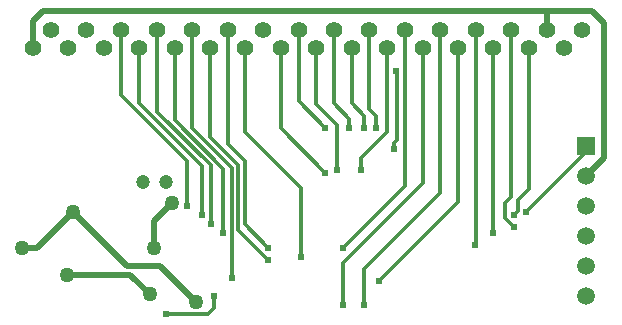
<source format=gbl>
%FSLAX24Y24*%
%MOIN*%
G70*
G01*
G75*
G04 Layer_Physical_Order=2*
G04 Layer_Color=16711680*
%ADD10R,0.0472X0.0551*%
%ADD11R,0.0551X0.0472*%
%ADD12O,0.0689X0.0217*%
%ADD13O,0.0217X0.0689*%
%ADD14R,0.0906X0.0197*%
%ADD15R,0.0984X0.0787*%
%ADD16R,0.0945X0.1339*%
%ADD17R,0.0945X0.0787*%
%ADD18C,0.0120*%
%ADD19C,0.0200*%
%ADD20C,0.0250*%
%ADD21C,0.0550*%
%ADD22C,0.0591*%
%ADD23R,0.0591X0.0591*%
%ADD24C,0.0472*%
%ADD25C,0.0240*%
%ADD26C,0.0500*%
D18*
X30737Y29763D02*
Y32550D01*
Y29763D02*
X32600Y27900D01*
Y25600D02*
Y27900D01*
X30720Y26680D02*
Y28780D01*
X30146Y29354D02*
X30720Y28780D01*
X30146Y29354D02*
Y33141D01*
X30500Y26500D02*
Y28656D01*
X29556Y29600D02*
X30500Y28656D01*
X30280Y24920D02*
Y28565D01*
X28965Y29880D02*
X30280Y28565D01*
X30000Y26400D02*
Y28533D01*
X28374Y30159D02*
X30000Y28533D01*
X29580Y26720D02*
Y28642D01*
X27784Y30438D02*
X29580Y28642D01*
X29300Y27000D02*
Y28611D01*
X27193Y30718D02*
X29300Y28611D01*
X35741Y31800D02*
X35800Y31741D01*
Y29500D02*
Y31741D01*
X35700Y29400D02*
X35800Y29500D01*
X35700Y29200D02*
Y29400D01*
X36052Y27952D02*
Y33141D01*
X34000Y25900D02*
X36052Y27952D01*
X34000Y24000D02*
Y25400D01*
X36642Y28042D01*
Y32550D01*
X34700Y24000D02*
Y25200D01*
X37233Y27733D01*
Y33141D01*
X37823Y27423D02*
Y32550D01*
X35200Y24800D02*
X37823Y27423D01*
X38400Y26000D02*
X38414Y26014D01*
Y33141D01*
X39000Y32546D02*
X39004Y32550D01*
X39000Y26400D02*
Y32546D01*
X39400Y26900D02*
X39700Y26600D01*
X39400Y26900D02*
Y27400D01*
X39595Y27595D01*
Y33141D01*
X40185Y27862D02*
Y32550D01*
X39820Y27497D02*
X40185Y27862D01*
X39820Y27120D02*
Y27497D01*
X39700Y27000D02*
X39820Y27120D01*
X42100Y29100D02*
Y29300D01*
X40100Y27100D02*
X42100Y29100D01*
X35461Y29761D02*
Y32550D01*
X34600Y28900D02*
X35461Y29761D01*
X34600Y28500D02*
Y28900D01*
X35100Y29900D02*
Y30300D01*
X34870Y30530D02*
X35100Y30300D01*
X34870Y30530D02*
Y33141D01*
X34700Y29900D02*
Y30300D01*
X34280Y30720D02*
X34700Y30300D01*
X34280Y30720D02*
Y32550D01*
X34200Y29900D02*
Y30200D01*
X33689Y30711D02*
X34200Y30200D01*
X33689Y30711D02*
Y33141D01*
X33800Y28500D02*
Y30000D01*
X33099Y30701D02*
X33800Y30000D01*
X33099Y30701D02*
Y32550D01*
X32508Y30792D02*
Y33141D01*
Y30792D02*
X33400Y29900D01*
X31918Y29882D02*
Y32550D01*
Y29882D02*
X33400Y28400D01*
X30720Y26680D02*
X31500Y25900D01*
X29556Y29600D02*
Y32550D01*
X30500Y26500D02*
X31500Y25500D01*
X30280Y24920D02*
X30300Y24900D01*
X28965Y29880D02*
Y33141D01*
X28374Y30159D02*
Y32550D01*
X29580Y26720D02*
X29600Y26700D01*
X27784Y30438D02*
Y33141D01*
X27193Y30718D02*
Y32550D01*
X26603Y30997D02*
Y33141D01*
Y30997D02*
X28800Y28800D01*
Y27300D02*
Y28800D01*
X29700Y23900D02*
Y24300D01*
X29490Y23690D02*
X29700Y23900D01*
X28110Y23690D02*
X29490D01*
X28100Y23700D02*
X28110Y23690D01*
D19*
X24000Y33800D02*
X42300D01*
X40776Y33141D02*
Y33724D01*
X23650Y32550D02*
Y33450D01*
X24000Y33800D01*
X42300D02*
X42700Y33400D01*
Y28900D02*
Y33400D01*
X42100Y28300D02*
X42700Y28900D01*
X23800Y25900D02*
X25000Y27100D01*
X23300Y25900D02*
X23800D01*
X27700D02*
X27800D01*
X25000Y27100D02*
X26800Y25300D01*
X27900D01*
X29100Y24100D01*
X26900Y25000D02*
X27554Y24346D01*
X24800Y25000D02*
X26900D01*
X27700Y26800D02*
X28300Y27400D01*
X27700Y25900D02*
Y26800D01*
D21*
X39004Y32550D02*
D03*
X39595Y33141D02*
D03*
X37823Y32550D02*
D03*
X38414Y33141D02*
D03*
X36642Y32550D02*
D03*
X37233Y33141D02*
D03*
X35461Y32550D02*
D03*
X36052Y33141D02*
D03*
X34280Y32550D02*
D03*
X34870Y33141D02*
D03*
X33099Y32550D02*
D03*
X33689Y33141D02*
D03*
X31918Y32550D02*
D03*
X32508Y33141D02*
D03*
X29556Y32550D02*
D03*
X31327Y33141D02*
D03*
X28374Y32550D02*
D03*
X30737D02*
D03*
X41367D02*
D03*
X41957Y33141D02*
D03*
X30146D02*
D03*
X40776D02*
D03*
X28965D02*
D03*
X27193Y32550D02*
D03*
X26603Y33141D02*
D03*
X40185Y32550D02*
D03*
X27784Y33141D02*
D03*
X26012Y32550D02*
D03*
X25422Y33141D02*
D03*
X24831Y32550D02*
D03*
X24241Y33141D02*
D03*
X23650Y32550D02*
D03*
D22*
X42100Y24300D02*
D03*
Y25300D02*
D03*
Y26300D02*
D03*
Y27300D02*
D03*
Y28300D02*
D03*
D23*
Y29300D02*
D03*
D24*
X28100Y28100D02*
D03*
X27313D02*
D03*
D25*
X35741Y31800D02*
D03*
X35700Y29200D02*
D03*
X34000Y25900D02*
D03*
Y24000D02*
D03*
X34700D02*
D03*
X35200Y24800D02*
D03*
X38400Y26000D02*
D03*
X39000Y26400D02*
D03*
X39700Y26600D02*
D03*
Y27000D02*
D03*
X40100Y27100D02*
D03*
X34600Y28500D02*
D03*
X35100Y29900D02*
D03*
X34700D02*
D03*
X34200D02*
D03*
X33800Y28500D02*
D03*
X33400Y29900D02*
D03*
Y28400D02*
D03*
X32600Y25600D02*
D03*
X31500Y25900D02*
D03*
Y25500D02*
D03*
X30300Y24900D02*
D03*
X30000Y26400D02*
D03*
X29600Y26700D02*
D03*
X29300Y27000D02*
D03*
X28800Y27300D02*
D03*
X29700Y24300D02*
D03*
X28100Y23700D02*
D03*
D26*
X25000Y27100D02*
D03*
X23300Y25900D02*
D03*
X27700D02*
D03*
X29100Y24100D02*
D03*
X27554Y24346D02*
D03*
X24800Y25000D02*
D03*
X28300Y27400D02*
D03*
M02*

</source>
